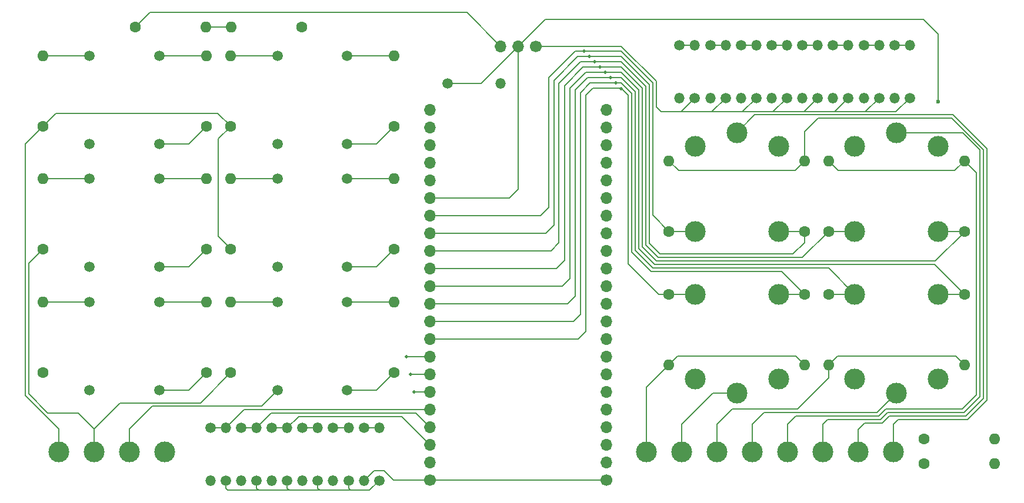
<source format=gbr>
%TF.GenerationSoftware,KiCad,Pcbnew,7.0.10*%
%TF.CreationDate,2024-03-07T23:30:47-03:00*%
%TF.ProjectId,board,626f6172-642e-46b6-9963-61645f706362,rev?*%
%TF.SameCoordinates,Original*%
%TF.FileFunction,Copper,L1,Top*%
%TF.FilePolarity,Positive*%
%FSLAX46Y46*%
G04 Gerber Fmt 4.6, Leading zero omitted, Abs format (unit mm)*
G04 Created by KiCad (PCBNEW 7.0.10) date 2024-03-07 23:30:47*
%MOMM*%
%LPD*%
G01*
G04 APERTURE LIST*
%TA.AperFunction,ComponentPad*%
%ADD10C,1.600000*%
%TD*%
%TA.AperFunction,ComponentPad*%
%ADD11O,1.600000X1.600000*%
%TD*%
%TA.AperFunction,ComponentPad*%
%ADD12C,1.500000*%
%TD*%
%TA.AperFunction,ComponentPad*%
%ADD13O,1.500000X1.500000*%
%TD*%
%TA.AperFunction,ComponentPad*%
%ADD14C,3.000000*%
%TD*%
%TA.AperFunction,ComponentPad*%
%ADD15C,1.508000*%
%TD*%
%TA.AperFunction,ComponentPad*%
%ADD16C,1.700000*%
%TD*%
%TA.AperFunction,ComponentPad*%
%ADD17O,1.700000X1.700000*%
%TD*%
%TA.AperFunction,ViaPad*%
%ADD18C,0.500000*%
%TD*%
%TA.AperFunction,ViaPad*%
%ADD19C,0.600000*%
%TD*%
%TA.AperFunction,Conductor*%
%ADD20C,0.200000*%
%TD*%
G04 APERTURE END LIST*
D10*
%TO.P,R15,1*%
%TO.N,Current_A_100A*%
X138232000Y-81272000D03*
D11*
%TO.P,R15,2*%
%TO.N,V_Ref_Current*%
X138232000Y-91432000D03*
%TD*%
D12*
%TO.P,DZ7,1,K*%
%TO.N,Line_BC_Wave*%
X85471001Y-100472401D03*
D13*
%TO.P,DZ7,2,A*%
%TO.N,GND*%
X85471001Y-108092401D03*
%TD*%
D12*
%TO.P,DZ17,1,K*%
%TO.N,Current_B_100A*%
X148590000Y-45334000D03*
D13*
%TO.P,DZ17,2,A*%
%TO.N,GND*%
X148590000Y-52954000D03*
%TD*%
D12*
%TO.P,DZ5,1,K*%
%TO.N,Line_C_Wave*%
X81051401Y-100472401D03*
D13*
%TO.P,DZ5,2,A*%
%TO.N,GND*%
X81051401Y-108092401D03*
%TD*%
D10*
%TO.P,R23,1*%
%TO.N,V_Ref_Current*%
X174904400Y-102108000D03*
D11*
%TO.P,R23,2*%
%TO.N,VCC*%
X185064400Y-102108000D03*
%TD*%
D12*
%TO.P,DZ1,1,K*%
%TO.N,Line_A_Wave*%
X72212201Y-100472401D03*
D13*
%TO.P,DZ1,2,A*%
%TO.N,GND*%
X72212201Y-108092401D03*
%TD*%
D14*
%TO.P,ST1,1,Pin_1*%
%TO.N,Line_A*%
X50368200Y-103911400D03*
%TO.P,ST1,2,Pin_2*%
%TO.N,Line_B*%
X55448200Y-103911400D03*
%TD*%
D10*
%TO.P,R21,1*%
%TO.N,Current_C_30A*%
X161219000Y-72144000D03*
D11*
%TO.P,R21,2*%
%TO.N,V_Ref_Current*%
X161219000Y-61984000D03*
%TD*%
D10*
%TO.P,R17,1*%
%TO.N,Current_B_100A*%
X161219000Y-81272000D03*
D11*
%TO.P,R17,2*%
%TO.N,V_Ref_Current*%
X161219000Y-91432000D03*
%TD*%
D12*
%TO.P,DZ21,1,K*%
%TO.N,Current_C_100A*%
X157429200Y-45334000D03*
D13*
%TO.P,DZ21,2,A*%
%TO.N,GND*%
X157429200Y-52954000D03*
%TD*%
D12*
%TO.P,DZ18,1,K*%
%TO.N,VCC*%
X150799800Y-52954000D03*
D13*
%TO.P,DZ18,2,A*%
%TO.N,Current_B_100A*%
X150799800Y-45334000D03*
%TD*%
D15*
%TO.P,TP4,1*%
%TO.N,Line_AB_Load*%
X81923401Y-46888401D03*
%TO.P,TP4,2*%
%TO.N,Line_B*%
X81923401Y-59588401D03*
%TO.P,TP4,3*%
%TO.N,V_Ref_Voltage*%
X91923401Y-59588401D03*
%TO.P,TP4,4*%
%TO.N,Line_AB_Wave*%
X91923401Y-46888401D03*
%TD*%
D12*
%TO.P,D1,1,K*%
%TO.N,Select_Current*%
X106385000Y-50825400D03*
D13*
%TO.P,D1,2,A*%
%TO.N,GND*%
X114005000Y-50825400D03*
%TD*%
D12*
%TO.P,DZ10,1,K*%
%TO.N,VCC*%
X92100401Y-108092401D03*
D13*
%TO.P,DZ10,2,A*%
%TO.N,Line_AC_Wave*%
X92100401Y-100472401D03*
%TD*%
D12*
%TO.P,DZ16,1,K*%
%TO.N,VCC*%
X146380200Y-52954000D03*
D13*
%TO.P,DZ16,2,A*%
%TO.N,Current_A_30A*%
X146380200Y-45334000D03*
%TD*%
D14*
%TO.P,K1,11*%
%TO.N,Current_A*%
X148000200Y-95472000D03*
%TO.P,K1,12*%
%TO.N,Current_A_100A*%
X142000200Y-81272000D03*
%TO.P,K1,14*%
%TO.N,Current_A_30A*%
X154000200Y-81272000D03*
%TO.P,K1,A1*%
%TO.N,Select_Current*%
X154000200Y-93472000D03*
%TO.P,K1,A2*%
%TO.N,GND*%
X142000200Y-93472000D03*
%TD*%
%TO.P,ST1,1,Pin_1*%
%TO.N,V_Ref_Current*%
X155321000Y-103911400D03*
%TO.P,ST1,2,Pin_2*%
%TO.N,Current_C*%
X160401000Y-103911400D03*
%TD*%
D12*
%TO.P,DZ4,1,K*%
%TO.N,VCC*%
X78841601Y-108092401D03*
D13*
%TO.P,DZ4,2,A*%
%TO.N,Line_B_Wave*%
X78841601Y-100472401D03*
%TD*%
D10*
%TO.P,R18,1*%
%TO.N,Current_B_30A*%
X180755400Y-81272000D03*
D11*
%TO.P,R18,2*%
%TO.N,V_Ref_Current*%
X180755400Y-91432000D03*
%TD*%
D10*
%TO.P,R16,1*%
%TO.N,Current_A_30A*%
X157768400Y-81272000D03*
D11*
%TO.P,R16,2*%
%TO.N,V_Ref_Current*%
X157768400Y-91432000D03*
%TD*%
D15*
%TO.P,TP6,1*%
%TO.N,Line_BC_Load*%
X81923401Y-82321401D03*
%TO.P,TP6,2*%
%TO.N,Line_C*%
X81923401Y-95021401D03*
%TO.P,TP6,3*%
%TO.N,V_Ref_Voltage*%
X91923401Y-95021401D03*
%TO.P,TP6,4*%
%TO.N,Line_BC_Wave*%
X91923401Y-82321401D03*
%TD*%
D12*
%TO.P,DZ25,1,K*%
%TO.N,Current_N_300A*%
X166268400Y-45334000D03*
D13*
%TO.P,DZ25,2,A*%
%TO.N,GND*%
X166268400Y-52954000D03*
%TD*%
D10*
%TO.P,R7,1*%
%TO.N,Line_A*%
X75158601Y-57048401D03*
D11*
%TO.P,R7,2*%
%TO.N,Line_AB_Load*%
X75158601Y-46888401D03*
%TD*%
D10*
%TO.P,R6,1*%
%TO.N,V_Ref_Voltage*%
X71607201Y-92481401D03*
D11*
%TO.P,R6,2*%
%TO.N,Line_C_Wave*%
X71607201Y-82321401D03*
%TD*%
D12*
%TO.P,DZ2,1,K*%
%TO.N,VCC*%
X74422001Y-108092401D03*
D13*
%TO.P,DZ2,2,A*%
%TO.N,Line_A_Wave*%
X74422001Y-100472401D03*
%TD*%
D12*
%TO.P,DZ20,1,K*%
%TO.N,VCC*%
X155219400Y-52954000D03*
D13*
%TO.P,DZ20,2,A*%
%TO.N,Current_B_30A*%
X155219400Y-45334000D03*
%TD*%
D10*
%TO.P,R20,1*%
%TO.N,Current_N_300A*%
X157768400Y-72144000D03*
D11*
%TO.P,R20,2*%
%TO.N,V_Ref_Current*%
X157768400Y-61984000D03*
%TD*%
D12*
%TO.P,DZ27,1,K*%
%TO.N,Current_N_90A*%
X170688000Y-45334000D03*
D13*
%TO.P,DZ27,2,A*%
%TO.N,GND*%
X170688000Y-52954000D03*
%TD*%
D10*
%TO.P,R22,1*%
%TO.N,Current_C_100A*%
X180755400Y-72144000D03*
D11*
%TO.P,R22,2*%
%TO.N,V_Ref_Current*%
X180755400Y-61984000D03*
%TD*%
D12*
%TO.P,DZ8,1,K*%
%TO.N,VCC*%
X87680801Y-108092401D03*
D13*
%TO.P,DZ8,2,A*%
%TO.N,Line_BC_Wave*%
X87680801Y-100472401D03*
%TD*%
D10*
%TO.P,R10,1*%
%TO.N,V_Ref_Voltage*%
X98691601Y-57048401D03*
D11*
%TO.P,R10,2*%
%TO.N,Line_AB_Wave*%
X98691601Y-46888401D03*
%TD*%
D12*
%TO.P,DZ14,1,K*%
%TO.N,VCC*%
X141960600Y-52954000D03*
D13*
%TO.P,DZ14,2,A*%
%TO.N,Current_A_100A*%
X141960600Y-45334000D03*
%TD*%
D14*
%TO.P,ST1,1,Pin_1*%
%TO.N,V_Ref_Current*%
X165481000Y-103911400D03*
%TO.P,ST1,2,Pin_2*%
%TO.N,Current_N*%
X170561000Y-103911400D03*
%TD*%
D10*
%TO.P,R2,1*%
%TO.N,Line_B*%
X48074201Y-74701401D03*
D11*
%TO.P,R2,2*%
%TO.N,Line_B_Load*%
X48074201Y-64541401D03*
%TD*%
D16*
%TO.P,ESP32-S3_BACK1,1,Pin_1*%
%TO.N,GND*%
X129235201Y-107975401D03*
D17*
%TO.P,ESP32-S3_BACK1,2,Pin_2*%
%TO.N,N/C*%
X129235201Y-105435401D03*
%TO.P,ESP32-S3_BACK1,3,Pin_3*%
X129235201Y-102895401D03*
%TO.P,ESP32-S3_BACK1,4,Pin_4*%
X129235201Y-100355401D03*
%TO.P,ESP32-S3_BACK1,5,Pin_5*%
X129235201Y-97815401D03*
%TO.P,ESP32-S3_BACK1,6,Pin_6*%
X129235201Y-95275401D03*
%TO.P,ESP32-S3_BACK1,7,Pin_7*%
X129235201Y-92735401D03*
%TO.P,ESP32-S3_BACK1,8,Pin_8*%
X129235201Y-90195401D03*
%TO.P,ESP32-S3_BACK1,9,Pin_9*%
X129235201Y-87655401D03*
%TO.P,ESP32-S3_BACK1,10,Pin_10*%
X129235201Y-85115401D03*
%TO.P,ESP32-S3_BACK1,11,Pin_11*%
X129235201Y-82575401D03*
%TO.P,ESP32-S3_BACK1,12,Pin_12*%
X129235201Y-80035401D03*
%TO.P,ESP32-S3_BACK1,13,Pin_13*%
X129235201Y-77495401D03*
%TO.P,ESP32-S3_BACK1,14,Pin_14*%
X129235201Y-74955401D03*
%TO.P,ESP32-S3_BACK1,15,Pin_15*%
X129235201Y-72415401D03*
%TO.P,ESP32-S3_BACK1,16,Pin_16*%
X129235201Y-69875401D03*
%TO.P,ESP32-S3_BACK1,17,Pin_17*%
X129235201Y-67335401D03*
%TO.P,ESP32-S3_BACK1,18,Pin_18*%
X129235201Y-64795401D03*
%TO.P,ESP32-S3_BACK1,19,Pin_19*%
X129235201Y-62255401D03*
%TO.P,ESP32-S3_BACK1,20,Pin_20*%
X129235201Y-59715401D03*
%TO.P,ESP32-S3_BACK1,21,Pin_21*%
X129235201Y-57175401D03*
%TO.P,ESP32-S3_BACK1,22,Pin_22*%
%TO.N,GND*%
X129235201Y-54635401D03*
%TD*%
D12*
%TO.P,DZ28,1,K*%
%TO.N,VCC*%
X172897800Y-52954000D03*
D13*
%TO.P,DZ28,2,A*%
%TO.N,Current_N_90A*%
X172897800Y-45334000D03*
%TD*%
D10*
%TO.P,R14,1*%
%TO.N,VCC*%
X85324201Y-42697401D03*
D11*
%TO.P,R14,2*%
%TO.N,V_Ref_Voltage*%
X75164201Y-42697401D03*
%TD*%
D10*
%TO.P,R19,1*%
%TO.N,Current_N_90A*%
X138232000Y-72144000D03*
D11*
%TO.P,R19,2*%
%TO.N,V_Ref_Current*%
X138232000Y-61984000D03*
%TD*%
D12*
%TO.P,DZ13,1,K*%
%TO.N,Current_A_100A*%
X139750800Y-45334000D03*
D13*
%TO.P,DZ13,2,A*%
%TO.N,GND*%
X139750800Y-52954000D03*
%TD*%
D15*
%TO.P,TP2,1*%
%TO.N,Line_B_Load*%
X54839001Y-64541401D03*
%TO.P,TP2,2*%
%TO.N,Neutral*%
X54839001Y-77241401D03*
%TO.P,TP2,3*%
%TO.N,V_Ref_Voltage*%
X64839001Y-77241401D03*
%TO.P,TP2,4*%
%TO.N,Line_B_Wave*%
X64839001Y-64541401D03*
%TD*%
D14*
%TO.P,ST1,1,Pin_1*%
%TO.N,V_Ref_Current*%
X135001000Y-103911400D03*
%TO.P,ST1,2,Pin_2*%
%TO.N,Current_A*%
X140081000Y-103911400D03*
%TD*%
%TO.P,K1,11*%
%TO.N,Current_B*%
X170987200Y-95472000D03*
%TO.P,K1,12*%
%TO.N,Current_B_100A*%
X164987200Y-81272000D03*
%TO.P,K1,14*%
%TO.N,Current_B_30A*%
X176987200Y-81272000D03*
%TO.P,K1,A1*%
%TO.N,Select_Current*%
X176987200Y-93472000D03*
%TO.P,K1,A2*%
%TO.N,GND*%
X164987200Y-93472000D03*
%TD*%
D10*
%TO.P,R9,1*%
%TO.N,Line_B*%
X75158601Y-92481401D03*
D11*
%TO.P,R9,2*%
%TO.N,Line_BC_Load*%
X75158601Y-82321401D03*
%TD*%
D10*
%TO.P,R24,1*%
%TO.N,V_Ref_Current*%
X174904400Y-105587800D03*
D11*
%TO.P,R24,2*%
%TO.N,GND*%
X185064400Y-105587800D03*
%TD*%
D10*
%TO.P,R8,1*%
%TO.N,Line_A*%
X75158601Y-74701401D03*
D11*
%TO.P,R8,2*%
%TO.N,Line_AC_Load*%
X75158601Y-64541401D03*
%TD*%
D10*
%TO.P,R12,1*%
%TO.N,V_Ref_Voltage*%
X98691601Y-92481401D03*
D11*
%TO.P,R12,2*%
%TO.N,Line_BC_Wave*%
X98691601Y-82321401D03*
%TD*%
D12*
%TO.P,DZ26,1,K*%
%TO.N,VCC*%
X168478200Y-52954000D03*
D13*
%TO.P,DZ26,2,A*%
%TO.N,Current_N_300A*%
X168478200Y-45334000D03*
%TD*%
D12*
%TO.P,DZ11,1,K*%
%TO.N,Line_AB_Wave*%
X94310201Y-100472401D03*
D13*
%TO.P,DZ11,2,A*%
%TO.N,GND*%
X94310201Y-108092401D03*
%TD*%
D12*
%TO.P,DZ24,1,K*%
%TO.N,VCC*%
X164058600Y-52954000D03*
D13*
%TO.P,DZ24,2,A*%
%TO.N,Current_C_30A*%
X164058600Y-45334000D03*
%TD*%
D10*
%TO.P,R13,1*%
%TO.N,GND*%
X61443201Y-42697401D03*
D11*
%TO.P,R13,2*%
%TO.N,V_Ref_Voltage*%
X71603201Y-42697401D03*
%TD*%
D10*
%TO.P,R11,1*%
%TO.N,V_Ref_Voltage*%
X98691601Y-74701401D03*
D11*
%TO.P,R11,2*%
%TO.N,Line_AC_Wave*%
X98691601Y-64541401D03*
%TD*%
D12*
%TO.P,DZ15,1,K*%
%TO.N,Current_A_30A*%
X144170400Y-45334000D03*
D13*
%TO.P,DZ15,2,A*%
%TO.N,GND*%
X144170400Y-52954000D03*
%TD*%
D12*
%TO.P,DZ19,1,K*%
%TO.N,Current_B_30A*%
X153009600Y-45334000D03*
D13*
%TO.P,DZ19,2,A*%
%TO.N,GND*%
X153009600Y-52954000D03*
%TD*%
D12*
%TO.P,DZ6,1,K*%
%TO.N,VCC*%
X83261201Y-108092401D03*
D13*
%TO.P,DZ6,2,A*%
%TO.N,Line_C_Wave*%
X83261201Y-100472401D03*
%TD*%
D12*
%TO.P,DZ23,1,K*%
%TO.N,Current_C_30A*%
X161848800Y-45334000D03*
D13*
%TO.P,DZ23,2,A*%
%TO.N,GND*%
X161848800Y-52954000D03*
%TD*%
D12*
%TO.P,DZ22,1,K*%
%TO.N,VCC*%
X159639000Y-52954000D03*
D13*
%TO.P,DZ22,2,A*%
%TO.N,Current_C_100A*%
X159639000Y-45334000D03*
%TD*%
D14*
%TO.P,K1,11*%
%TO.N,Current_C*%
X170987200Y-57944000D03*
%TO.P,K1,12*%
%TO.N,Current_C_100A*%
X176987200Y-72144000D03*
%TO.P,K1,14*%
%TO.N,Current_C_30A*%
X164987200Y-72144000D03*
%TO.P,K1,A1*%
%TO.N,GND*%
X164987200Y-59944000D03*
%TO.P,K1,A2*%
%TO.N,Select_Current*%
X176987200Y-59944000D03*
%TD*%
D12*
%TO.P,DZ3,1,K*%
%TO.N,Line_B_Wave*%
X76631801Y-100472401D03*
D13*
%TO.P,DZ3,2,A*%
%TO.N,GND*%
X76631801Y-108092401D03*
%TD*%
D14*
%TO.P,ST2,1,Pin_1*%
%TO.N,Line_C*%
X60528200Y-103911400D03*
%TO.P,ST2,2,Pin_2*%
%TO.N,Neutral*%
X65608200Y-103911400D03*
%TD*%
D10*
%TO.P,R3,1*%
%TO.N,Line_C*%
X48074201Y-92481401D03*
D11*
%TO.P,R3,2*%
%TO.N,Line_C_Load*%
X48074201Y-82321401D03*
%TD*%
D14*
%TO.P,ST1,1,Pin_1*%
%TO.N,V_Ref_Current*%
X145161000Y-103911400D03*
%TO.P,ST1,2,Pin_2*%
%TO.N,Current_B*%
X150241000Y-103911400D03*
%TD*%
D12*
%TO.P,DZ9,1,K*%
%TO.N,Line_AC_Wave*%
X89890601Y-100472401D03*
D13*
%TO.P,DZ9,2,A*%
%TO.N,GND*%
X89890601Y-108092401D03*
%TD*%
D16*
%TO.P,SW1,1,A*%
%TO.N,VCC*%
X119085000Y-45500000D03*
D17*
%TO.P,SW1,2,B*%
%TO.N,Select_Current*%
X116545000Y-45500000D03*
%TO.P,SW1,3,C*%
%TO.N,GND*%
X114005000Y-45500000D03*
%TD*%
D14*
%TO.P,K1,11*%
%TO.N,Current_N*%
X148000200Y-57944000D03*
%TO.P,K1,12*%
%TO.N,Current_N_300A*%
X154000200Y-72144000D03*
%TO.P,K1,14*%
%TO.N,Current_N_90A*%
X142000200Y-72144000D03*
%TO.P,K1,A1*%
%TO.N,GND*%
X142000200Y-59944000D03*
%TO.P,K1,A2*%
%TO.N,Select_Current*%
X154000200Y-59944000D03*
%TD*%
D10*
%TO.P,R1,1*%
%TO.N,Line_A*%
X48074201Y-57051401D03*
D11*
%TO.P,R1,2*%
%TO.N,Line_A_Load*%
X48074201Y-46891401D03*
%TD*%
D10*
%TO.P,R5,1*%
%TO.N,V_Ref_Voltage*%
X71607201Y-74701401D03*
D11*
%TO.P,R5,2*%
%TO.N,Line_B_Wave*%
X71607201Y-64541401D03*
%TD*%
D10*
%TO.P,R4,1*%
%TO.N,V_Ref_Voltage*%
X71607201Y-57048401D03*
D11*
%TO.P,R4,2*%
%TO.N,Line_A_Wave*%
X71607201Y-46888401D03*
%TD*%
D15*
%TO.P,TP3,1*%
%TO.N,Line_C_Load*%
X54839001Y-82321401D03*
%TO.P,TP3,2*%
%TO.N,Neutral*%
X54839001Y-95021401D03*
%TO.P,TP3,3*%
%TO.N,V_Ref_Voltage*%
X64839001Y-95021401D03*
%TO.P,TP3,4*%
%TO.N,Line_C_Wave*%
X64839001Y-82321401D03*
%TD*%
%TO.P,TP5,1*%
%TO.N,Line_AC_Load*%
X81923401Y-64541401D03*
%TO.P,TP5,2*%
%TO.N,Line_C*%
X81923401Y-77241401D03*
%TO.P,TP5,3*%
%TO.N,V_Ref_Voltage*%
X91923401Y-77241401D03*
%TO.P,TP5,4*%
%TO.N,Line_AC_Wave*%
X91923401Y-64541401D03*
%TD*%
D16*
%TO.P,ESP32-S3_FRONT1,1,Pin_1*%
%TO.N,GND*%
X103835201Y-107975401D03*
D17*
%TO.P,ESP32-S3_FRONT1,2,Pin_2*%
%TO.N,N/C*%
X103835201Y-105435401D03*
%TO.P,ESP32-S3_FRONT1,3,Pin_3*%
%TO.N,Line_C_Wave*%
X103835201Y-102895401D03*
%TO.P,ESP32-S3_FRONT1,4,Pin_4*%
%TO.N,Line_B_Wave*%
X103835201Y-100355401D03*
%TO.P,ESP32-S3_FRONT1,5,Pin_5*%
%TO.N,Line_A_Wave*%
X103835201Y-97815401D03*
%TO.P,ESP32-S3_FRONT1,6,Pin_6*%
%TO.N,Line_AB_Wave*%
X103835201Y-95275401D03*
%TO.P,ESP32-S3_FRONT1,7,Pin_7*%
%TO.N,Line_AC_Wave*%
X103835201Y-92735401D03*
%TO.P,ESP32-S3_FRONT1,8,Pin_8*%
%TO.N,Line_BC_Wave*%
X103835201Y-90195401D03*
%TO.P,ESP32-S3_FRONT1,9,Pin_9*%
%TO.N,Current_A_100A*%
X103835201Y-87655401D03*
%TO.P,ESP32-S3_FRONT1,10,Pin_10*%
%TO.N,Current_A_30A*%
X103835201Y-85115401D03*
%TO.P,ESP32-S3_FRONT1,11,Pin_11*%
%TO.N,Current_B_100A*%
X103835201Y-82575401D03*
%TO.P,ESP32-S3_FRONT1,12,Pin_12*%
%TO.N,Current_B_30A*%
X103835201Y-80035401D03*
%TO.P,ESP32-S3_FRONT1,13,Pin_13*%
%TO.N,Current_C_100A*%
X103835201Y-77495401D03*
%TO.P,ESP32-S3_FRONT1,14,Pin_14*%
%TO.N,Current_C_30A*%
X103835201Y-74955401D03*
%TO.P,ESP32-S3_FRONT1,15,Pin_15*%
%TO.N,Current_N_300A*%
X103835201Y-72415401D03*
%TO.P,ESP32-S3_FRONT1,16,Pin_16*%
%TO.N,Current_N_90A*%
X103835201Y-69875401D03*
%TO.P,ESP32-S3_FRONT1,17,Pin_17*%
%TO.N,Select_Current*%
X103835201Y-67335401D03*
%TO.P,ESP32-S3_FRONT1,18,Pin_18*%
%TO.N,N/C*%
X103835201Y-64795401D03*
%TO.P,ESP32-S3_FRONT1,19,Pin_19*%
X103835201Y-62255401D03*
%TO.P,ESP32-S3_FRONT1,20,Pin_20*%
X103835201Y-59715401D03*
%TO.P,ESP32-S3_FRONT1,21,Pin_21*%
X103835201Y-57175401D03*
%TO.P,ESP32-S3_FRONT1,22,Pin_22*%
%TO.N,VCC*%
X103835201Y-54635401D03*
%TD*%
D15*
%TO.P,TP1,1*%
%TO.N,Line_A_Load*%
X54839001Y-46888401D03*
%TO.P,TP1,2*%
%TO.N,Neutral*%
X54839001Y-59588401D03*
%TO.P,TP1,3*%
%TO.N,V_Ref_Voltage*%
X64839001Y-59588401D03*
%TO.P,TP1,4*%
%TO.N,Line_A_Wave*%
X64839001Y-46888401D03*
%TD*%
D12*
%TO.P,DZ12,1,K*%
%TO.N,VCC*%
X96520001Y-108092401D03*
D13*
%TO.P,DZ12,2,A*%
%TO.N,Line_AB_Wave*%
X96520001Y-100472401D03*
%TD*%
D18*
%TO.N,Line_AC_Wave*%
X101015801Y-92735401D03*
%TO.N,Line_BC_Wave*%
X100457001Y-90195401D03*
%TO.N,Line_AB_Wave*%
X101574601Y-95275401D03*
%TO.N,Current_A_30A*%
X130556000Y-50800000D03*
%TO.N,Current_A_100A*%
X131310091Y-51569909D03*
%TO.N,Current_B_30A*%
X129039909Y-49268091D03*
%TO.N,Current_B_100A*%
X129794000Y-50038000D03*
%TO.N,Current_N_300A*%
X126746000Y-46990000D03*
%TO.N,Current_N_90A*%
X125984000Y-46228000D03*
%TO.N,Current_C_30A*%
X127515909Y-47744091D03*
%TO.N,Current_C_100A*%
X128270000Y-48514000D03*
D19*
%TO.N,Select_Current*%
X176987200Y-53467000D03*
%TD*%
D20*
%TO.N,Line_AC_Wave*%
X89890601Y-100472401D02*
X92100401Y-100472401D01*
X101015801Y-92735401D02*
X103835201Y-92735401D01*
X91923401Y-64541401D02*
X98691601Y-64541401D01*
%TO.N,GND*%
X94310201Y-108092401D02*
X95748001Y-106654601D01*
X103835201Y-107975401D02*
X129235201Y-107975401D01*
X109145000Y-40640000D02*
X114005000Y-45500000D01*
X98577401Y-107975401D02*
X103835201Y-107975401D01*
X61443201Y-42697401D02*
X63500602Y-40640000D01*
X63500602Y-40640000D02*
X109145000Y-40640000D01*
X97256601Y-106654601D02*
X98577401Y-107975401D01*
X95748001Y-106654601D02*
X97256601Y-106654601D01*
%TO.N,VCC*%
X119085000Y-45500000D02*
X131352000Y-45500000D01*
X95138401Y-109474001D02*
X96520001Y-108092401D01*
X168478200Y-52954000D02*
X166479200Y-54953000D01*
X172897800Y-52954000D02*
X170898800Y-54953000D01*
X150799800Y-52954000D02*
X148800800Y-54953000D01*
X78841601Y-108092401D02*
X78841601Y-109169201D01*
X83566001Y-109474001D02*
X87985601Y-109474001D01*
X153220400Y-54953000D02*
X153212800Y-54953000D01*
X162059600Y-54953000D02*
X162052000Y-54953000D01*
X146380200Y-52954000D02*
X144381200Y-54953000D01*
X144373600Y-54953000D02*
X139954000Y-54953000D01*
X92405201Y-109474001D02*
X95138401Y-109474001D01*
X159639000Y-52954000D02*
X157640000Y-54953000D01*
X137122000Y-54953000D02*
X139954000Y-54953000D01*
X136398000Y-50546000D02*
X136398000Y-54229000D01*
X87680801Y-109169201D02*
X87985601Y-109474001D01*
X87985601Y-109474001D02*
X92405201Y-109474001D01*
X79146401Y-109474001D02*
X83566001Y-109474001D01*
X87680801Y-108092401D02*
X87680801Y-109169201D01*
X74422001Y-109169201D02*
X74726801Y-109474001D01*
X155219400Y-52954000D02*
X153220400Y-54953000D01*
X83261201Y-108092401D02*
X83261201Y-109169201D01*
X157632400Y-54953000D02*
X153212800Y-54953000D01*
X92100401Y-108092401D02*
X92100401Y-109169201D01*
X131352000Y-45500000D02*
X136398000Y-50546000D01*
X74726801Y-109474001D02*
X79146401Y-109474001D01*
X153212800Y-54953000D02*
X148793200Y-54953000D01*
X164058600Y-52954000D02*
X162059600Y-54953000D01*
X78841601Y-109169201D02*
X79146401Y-109474001D01*
X166217600Y-54953000D02*
X162052000Y-54953000D01*
X136398000Y-54229000D02*
X137122000Y-54953000D01*
X92100401Y-109169201D02*
X92405201Y-109474001D01*
X148800800Y-54953000D02*
X148793200Y-54953000D01*
X144381200Y-54953000D02*
X144373600Y-54953000D01*
X148793200Y-54953000D02*
X144373600Y-54953000D01*
X157640000Y-54953000D02*
X157632400Y-54953000D01*
X139961600Y-54953000D02*
X139954000Y-54953000D01*
X83261201Y-109169201D02*
X83566001Y-109474001D01*
X170898800Y-54953000D02*
X166217600Y-54953000D01*
X162052000Y-54953000D02*
X157632400Y-54953000D01*
X141960600Y-52954000D02*
X139961600Y-54953000D01*
X74422001Y-108092401D02*
X74422001Y-109169201D01*
%TO.N,Line_BC_Wave*%
X91923401Y-82321401D02*
X98691601Y-82321401D01*
X100457001Y-90195401D02*
X103835201Y-90195401D01*
X85471001Y-100472401D02*
X87680801Y-100472401D01*
%TO.N,Line_AB_Wave*%
X94310201Y-100472401D02*
X96520001Y-100472401D01*
X101574601Y-95275401D02*
X103835201Y-95275401D01*
X91923401Y-46888401D02*
X98691601Y-46888401D01*
%TO.N,Line_C_Wave*%
X64839001Y-82321401D02*
X71607201Y-82321401D01*
X81051401Y-100472401D02*
X83261201Y-100472401D01*
X84902201Y-98831401D02*
X99771201Y-98831401D01*
X83261201Y-100472401D02*
X84902201Y-98831401D01*
X99771201Y-98831401D02*
X103835201Y-102895401D01*
%TO.N,Line_B_Wave*%
X76631801Y-100472401D02*
X78841601Y-100472401D01*
X80990601Y-98323401D02*
X101803201Y-98323401D01*
X101803201Y-98323401D02*
X103835201Y-100355401D01*
X78841601Y-100472401D02*
X80990601Y-98323401D01*
X71607201Y-64541401D02*
X64839001Y-64541401D01*
%TO.N,Line_A_Wave*%
X77079001Y-97815401D02*
X103835201Y-97815401D01*
X72212201Y-100472401D02*
X74422001Y-100472401D01*
X74422001Y-100472401D02*
X77079001Y-97815401D01*
X64839001Y-46888401D02*
X71607201Y-46888401D01*
%TO.N,Current_A_30A*%
X154474400Y-77978000D02*
X135636000Y-77978000D01*
X135636000Y-77978000D02*
X132842000Y-75184000D01*
X126873000Y-50800000D02*
X125476000Y-52197000D01*
X157768400Y-81272000D02*
X154474400Y-77978000D01*
X131318000Y-50800000D02*
X126873000Y-50800000D01*
X125476000Y-84137500D02*
X124498099Y-85115401D01*
X125476000Y-52197000D02*
X125476000Y-84137500D01*
X124498099Y-85115401D02*
X103835201Y-85115401D01*
X132842000Y-75184000D02*
X132842000Y-52324000D01*
X154000200Y-81272000D02*
X157768400Y-81272000D01*
X144170400Y-45334000D02*
X146380200Y-45334000D01*
X132842000Y-52324000D02*
X131318000Y-50800000D01*
%TO.N,Current_A_100A*%
X132334000Y-76835000D02*
X136771000Y-81272000D01*
X126238000Y-52578000D02*
X127254000Y-51562000D01*
X136771000Y-81272000D02*
X138232000Y-81272000D01*
X142000200Y-81272000D02*
X138232000Y-81272000D01*
X125196599Y-87655401D02*
X126238000Y-86614000D01*
X127254000Y-51562000D02*
X131318000Y-51562000D01*
X131318000Y-51562000D02*
X132334000Y-52578000D01*
X132334000Y-52578000D02*
X132334000Y-76835000D01*
X139750800Y-45334000D02*
X141960600Y-45334000D01*
X103835201Y-87655401D02*
X125196599Y-87655401D01*
X126238000Y-86614000D02*
X126238000Y-52578000D01*
%TO.N,Current_B_30A*%
X136144000Y-76962000D02*
X133858000Y-74676000D01*
X123952000Y-51562000D02*
X123952000Y-78994000D01*
X133858000Y-74676000D02*
X133858000Y-51787157D01*
X153009600Y-45334000D02*
X155219400Y-45334000D01*
X133858000Y-51787157D02*
X131346843Y-49276000D01*
X176445400Y-76962000D02*
X136144000Y-76962000D01*
X176987200Y-81272000D02*
X180755400Y-81272000D01*
X126238000Y-49276000D02*
X123952000Y-51562000D01*
X180755400Y-81272000D02*
X176445400Y-76962000D01*
X131346843Y-49276000D02*
X126238000Y-49276000D01*
X122910599Y-80035401D02*
X103835201Y-80035401D01*
X123952000Y-78994000D02*
X122910599Y-80035401D01*
%TO.N,Current_B_100A*%
X124714000Y-51816000D02*
X124714000Y-81534000D01*
X133350000Y-74930000D02*
X133350000Y-52070000D01*
X124714000Y-81534000D02*
X123672599Y-82575401D01*
X133350000Y-52070000D02*
X131318000Y-50038000D01*
X148590000Y-45334000D02*
X150799800Y-45334000D01*
X161185200Y-77470000D02*
X135890000Y-77470000D01*
X135890000Y-77470000D02*
X133350000Y-74930000D01*
X161219000Y-81272000D02*
X164987200Y-81272000D01*
X126492000Y-50038000D02*
X124714000Y-51816000D01*
X164987200Y-81272000D02*
X161185200Y-77470000D01*
X131318000Y-50038000D02*
X126492000Y-50038000D01*
X123672599Y-82575401D02*
X103835201Y-82575401D01*
%TO.N,Current_N_300A*%
X166268400Y-45334000D02*
X168478200Y-45334000D01*
X157768400Y-72144000D02*
X157768400Y-73752600D01*
X125095000Y-46990000D02*
X121666000Y-50419000D01*
X131332422Y-46990000D02*
X125095000Y-46990000D01*
X135382000Y-73914000D02*
X135382000Y-51039578D01*
X157768400Y-73752600D02*
X156083000Y-75438000D01*
X120497599Y-72415401D02*
X103835201Y-72415401D01*
X135382000Y-51039578D02*
X131332422Y-46990000D01*
X121666000Y-50419000D02*
X121666000Y-71247000D01*
X136906000Y-75438000D02*
X135382000Y-73914000D01*
X154000200Y-72144000D02*
X157768400Y-72144000D01*
X156083000Y-75438000D02*
X136906000Y-75438000D01*
X121666000Y-71247000D02*
X120497599Y-72415401D01*
%TO.N,Current_N_90A*%
X135890000Y-50800000D02*
X131318000Y-46228000D01*
X131318000Y-46228000D02*
X124714000Y-46228000D01*
X119735599Y-69875401D02*
X103835201Y-69875401D01*
X138232000Y-72144000D02*
X135890000Y-69802000D01*
X120904000Y-50038000D02*
X120904000Y-68707000D01*
X120904000Y-68707000D02*
X119735599Y-69875401D01*
X170688000Y-45334000D02*
X172897800Y-45334000D01*
X135890000Y-69802000D02*
X135890000Y-50800000D01*
X138232000Y-72144000D02*
X142000200Y-72144000D01*
X124714000Y-46228000D02*
X120904000Y-50038000D01*
%TO.N,Current_C_30A*%
X121259599Y-74955401D02*
X103835201Y-74955401D01*
X136652000Y-75946000D02*
X134874000Y-74168000D01*
X131318000Y-47752000D02*
X125476000Y-47752000D01*
X157417000Y-75946000D02*
X136652000Y-75946000D01*
X134874000Y-51308000D02*
X131318000Y-47752000D01*
X122402599Y-73812401D02*
X121259599Y-74955401D01*
X134874000Y-74168000D02*
X134874000Y-51308000D01*
X161848800Y-45334000D02*
X164058600Y-45334000D01*
X161219000Y-72144000D02*
X164987200Y-72144000D01*
X122402599Y-50825401D02*
X122402599Y-73812401D01*
X125476000Y-47752000D02*
X122402599Y-50825401D01*
X161219000Y-72144000D02*
X157417000Y-75946000D01*
%TO.N,Current_C_100A*%
X123190000Y-76327000D02*
X122021599Y-77495401D01*
X125857000Y-48514000D02*
X123190000Y-51181000D01*
X134366000Y-74422000D02*
X134366000Y-51562000D01*
X123190000Y-51181000D02*
X123190000Y-76327000D01*
X122021599Y-77495401D02*
X103835201Y-77495401D01*
X176564400Y-76454000D02*
X136398000Y-76454000D01*
X134366000Y-51562000D02*
X131318000Y-48514000D01*
X180755400Y-72263000D02*
X176564400Y-76454000D01*
X131318000Y-48514000D02*
X125857000Y-48514000D01*
X136398000Y-76454000D02*
X134366000Y-74422000D01*
X176987200Y-72144000D02*
X180755400Y-72144000D01*
X157429200Y-45334000D02*
X159639000Y-45334000D01*
%TO.N,Line_B*%
X55448200Y-103911400D02*
X55448200Y-100609400D01*
X46050201Y-95558244D02*
X46050201Y-76725401D01*
X53162201Y-98323401D02*
X48815358Y-98323401D01*
X55448200Y-100609400D02*
X59182000Y-96875600D01*
X70764402Y-96875600D02*
X75158601Y-92481401D01*
X46050201Y-76725401D02*
X48074201Y-74701401D01*
X55448200Y-100609400D02*
X53162201Y-98323401D01*
X48815358Y-98323401D02*
X46050201Y-95558244D01*
X59182000Y-96875600D02*
X70764402Y-96875600D01*
%TO.N,Line_A*%
X48074201Y-57051401D02*
X49982201Y-55143401D01*
X73380601Y-58847201D02*
X75179401Y-57048401D01*
X45542201Y-95783401D02*
X50368200Y-100609400D01*
X75179401Y-74701401D02*
X73380601Y-72902601D01*
X50368200Y-100609400D02*
X50368200Y-103911400D01*
X48074201Y-57051401D02*
X45542201Y-59583401D01*
X73380601Y-72902601D02*
X73380601Y-58847201D01*
X49982201Y-55143401D02*
X73274401Y-55143401D01*
X45542201Y-59583401D02*
X45542201Y-95783401D01*
X73274401Y-55143401D02*
X75179401Y-57048401D01*
%TO.N,Line_C*%
X79637402Y-97307400D02*
X81923401Y-95021401D01*
X60528200Y-103911400D02*
X60528200Y-100609400D01*
X63830200Y-97307400D02*
X79637402Y-97307400D01*
X60528200Y-100609400D02*
X63830200Y-97307400D01*
%TO.N,Current_A*%
X144558000Y-95472000D02*
X148000200Y-95472000D01*
X140081000Y-99949000D02*
X144558000Y-95472000D01*
X140081000Y-103911400D02*
X140081000Y-99949000D01*
%TO.N,V_Ref_Current*%
X182499000Y-95758000D02*
X182499000Y-63727600D01*
X138232000Y-91432000D02*
X139494000Y-90170000D01*
X161219000Y-93289000D02*
X161219000Y-91432000D01*
X183515000Y-96266000D02*
X183515000Y-60394314D01*
X138232000Y-91432000D02*
X135001000Y-94663000D01*
X147339000Y-97771000D02*
X156737000Y-97771000D01*
X162481000Y-90170000D02*
X179493400Y-90170000D01*
X135001000Y-94663000D02*
X135001000Y-103911400D01*
X139494000Y-90170000D02*
X156506400Y-90170000D01*
X162616000Y-63381000D02*
X179358400Y-63381000D01*
X161219000Y-61984000D02*
X162616000Y-63381000D01*
X157768400Y-57750600D02*
X157768400Y-61984000D01*
X156506400Y-90170000D02*
X157768400Y-91432000D01*
X145161000Y-99949000D02*
X147339000Y-97771000D01*
X179493400Y-90170000D02*
X180755400Y-91432000D01*
X159715200Y-55803800D02*
X157768400Y-57750600D01*
X139629000Y-63381000D02*
X138232000Y-61984000D01*
X183515000Y-60394314D02*
X178924486Y-55803800D01*
X178924486Y-55803800D02*
X159715200Y-55803800D01*
X180975000Y-98806000D02*
X183515000Y-96266000D01*
X182499000Y-63727600D02*
X180755400Y-61984000D01*
X156371400Y-63381000D02*
X139629000Y-63381000D01*
X157768400Y-61984000D02*
X156371400Y-63381000D01*
X145161000Y-103911400D02*
X145161000Y-99949000D01*
X165481000Y-103911400D02*
X165481000Y-100711000D01*
X156464000Y-98806000D02*
X168386125Y-98806000D01*
X180467000Y-97790000D02*
X182499000Y-95758000D01*
X168910000Y-99822000D02*
X169926000Y-98806000D01*
X155321000Y-99949000D02*
X156464000Y-98806000D01*
X156737000Y-97771000D02*
X161219000Y-93289000D01*
X169926000Y-98806000D02*
X180975000Y-98806000D01*
X165481000Y-100711000D02*
X166370000Y-99822000D01*
X168386125Y-98806000D02*
X169402125Y-97790000D01*
X179358400Y-63381000D02*
X180755400Y-61984000D01*
X169402125Y-97790000D02*
X180467000Y-97790000D01*
X166370000Y-99822000D02*
X168910000Y-99822000D01*
X161219000Y-91432000D02*
X162481000Y-90170000D01*
X155321000Y-103911400D02*
X155321000Y-99949000D01*
%TO.N,Current_B*%
X150241000Y-103911400D02*
X150241000Y-99949000D01*
X168161200Y-98298000D02*
X170987200Y-95472000D01*
X151892000Y-98298000D02*
X168161200Y-98298000D01*
X150241000Y-99949000D02*
X151892000Y-98298000D01*
%TO.N,Current_C*%
X160401000Y-99949000D02*
X161036000Y-99314000D01*
X168656000Y-99314000D02*
X169672000Y-98298000D01*
X161036000Y-99314000D02*
X168656000Y-99314000D01*
X160401000Y-103911400D02*
X160401000Y-99949000D01*
X180721000Y-98298000D02*
X183007000Y-96012000D01*
X180499000Y-57944000D02*
X170987200Y-57944000D01*
X169672000Y-98298000D02*
X180721000Y-98298000D01*
X183007000Y-60452000D02*
X180499000Y-57944000D01*
X183007000Y-96012000D02*
X183007000Y-60452000D01*
%TO.N,Current_N*%
X181229000Y-99314000D02*
X184023000Y-96520000D01*
X179127200Y-55353000D02*
X150591200Y-55353000D01*
X170561000Y-99949000D02*
X171196000Y-99314000D01*
X150591200Y-55353000D02*
X148000200Y-57944000D01*
X184023000Y-96520000D02*
X184023000Y-60248800D01*
X184023000Y-60248800D02*
X179127200Y-55353000D01*
X171196000Y-99314000D02*
X181229000Y-99314000D01*
X170561000Y-103911400D02*
X170561000Y-99949000D01*
%TO.N,Select_Current*%
X116545000Y-45500000D02*
X116545000Y-66081000D01*
X174879000Y-41656000D02*
X176987200Y-43764200D01*
X111219600Y-50825400D02*
X116545000Y-45500000D01*
X116545000Y-66081000D02*
X115290599Y-67335401D01*
X176987200Y-43764200D02*
X176987200Y-53467000D01*
X116545000Y-45500000D02*
X120389000Y-41656000D01*
X106385000Y-50825400D02*
X111219600Y-50825400D01*
X120389000Y-41656000D02*
X174879000Y-41656000D01*
X115290599Y-67335401D02*
X103835201Y-67335401D01*
%TO.N,Line_A_Load*%
X48082201Y-46891401D02*
X54836001Y-46891401D01*
X54836001Y-46891401D02*
X54839001Y-46888401D01*
%TO.N,Line_B_Load*%
X48074201Y-64541401D02*
X54839001Y-64541401D01*
%TO.N,Line_C_Load*%
X48074201Y-82321401D02*
X54839001Y-82321401D01*
%TO.N,Line_AB_Load*%
X75179401Y-46888401D02*
X81944201Y-46888401D01*
%TO.N,Line_BC_Load*%
X75179401Y-82321401D02*
X81944201Y-82321401D01*
%TO.N,Line_AC_Load*%
X75179401Y-64541401D02*
X81944201Y-64541401D01*
%TO.N,V_Ref_Voltage*%
X69067201Y-95021401D02*
X71607201Y-92481401D01*
X64839001Y-77241401D02*
X69067201Y-77241401D01*
X69067201Y-77241401D02*
X71607201Y-74701401D01*
X91923401Y-59588401D02*
X96151601Y-59588401D01*
X64839001Y-95021401D02*
X69067201Y-95021401D01*
X69067201Y-59588401D02*
X71607201Y-57048401D01*
X91923401Y-77241401D02*
X96151601Y-77241401D01*
X96151601Y-77241401D02*
X98691601Y-74701401D01*
X96151601Y-59588401D02*
X98691601Y-57048401D01*
X75164201Y-42697401D02*
X71603201Y-42697401D01*
X96151601Y-95021401D02*
X98691601Y-92481401D01*
X64839001Y-59588401D02*
X69067201Y-59588401D01*
X91923401Y-95021401D02*
X96151601Y-95021401D01*
%TD*%
M02*

</source>
